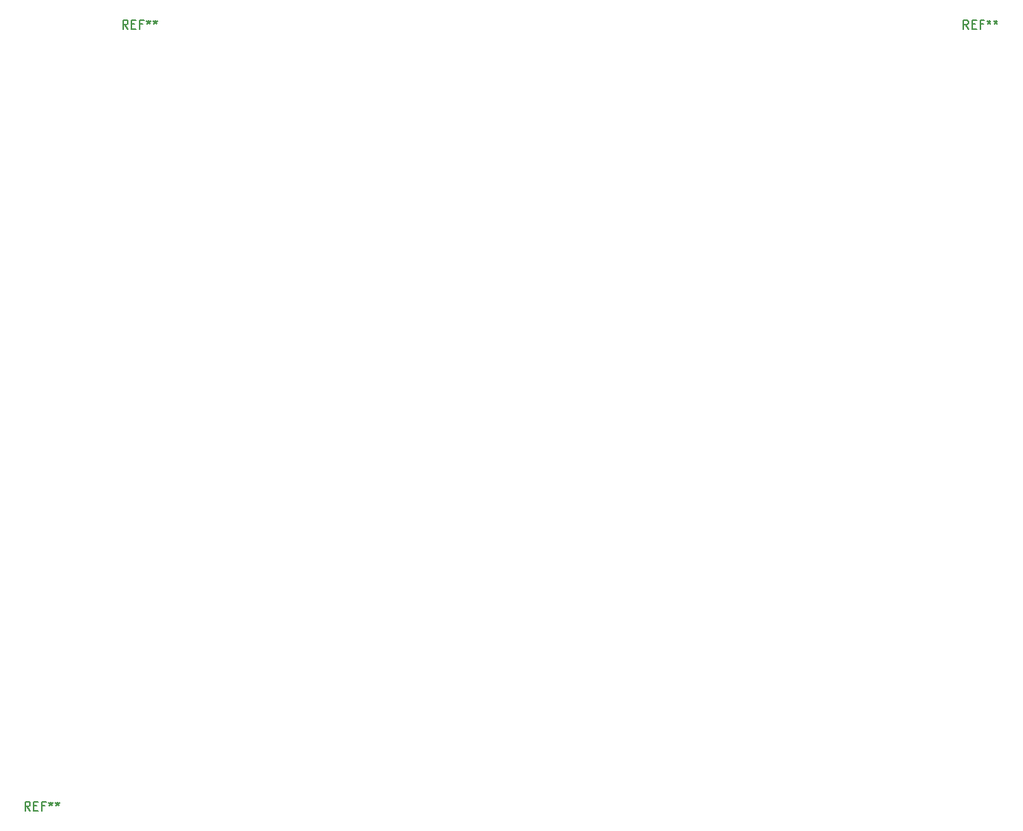
<source format=gto>
%TF.GenerationSoftware,KiCad,Pcbnew,(5.1.10-1-10_14)*%
%TF.CreationDate,2021-05-27T15:54:42+09:00*%
%TF.ProjectId,keyplate,6b657970-6c61-4746-952e-6b696361645f,rev?*%
%TF.SameCoordinates,Original*%
%TF.FileFunction,Legend,Top*%
%TF.FilePolarity,Positive*%
%FSLAX46Y46*%
G04 Gerber Fmt 4.6, Leading zero omitted, Abs format (unit mm)*
G04 Created by KiCad (PCBNEW (5.1.10-1-10_14)) date 2021-05-27 15:54:42*
%MOMM*%
%LPD*%
G01*
G04 APERTURE LIST*
%ADD10C,0.150000*%
G04 APERTURE END LIST*
%TO.C,REF\u002A\u002A*%
D10*
X122916666Y-88702380D02*
X122583333Y-88226190D01*
X122345238Y-88702380D02*
X122345238Y-87702380D01*
X122726190Y-87702380D01*
X122821428Y-87750000D01*
X122869047Y-87797619D01*
X122916666Y-87892857D01*
X122916666Y-88035714D01*
X122869047Y-88130952D01*
X122821428Y-88178571D01*
X122726190Y-88226190D01*
X122345238Y-88226190D01*
X123345238Y-88178571D02*
X123678571Y-88178571D01*
X123821428Y-88702380D02*
X123345238Y-88702380D01*
X123345238Y-87702380D01*
X123821428Y-87702380D01*
X124583333Y-88178571D02*
X124250000Y-88178571D01*
X124250000Y-88702380D02*
X124250000Y-87702380D01*
X124726190Y-87702380D01*
X125250000Y-87702380D02*
X125250000Y-87940476D01*
X125011904Y-87845238D02*
X125250000Y-87940476D01*
X125488095Y-87845238D01*
X125107142Y-88130952D02*
X125250000Y-87940476D01*
X125392857Y-88130952D01*
X126011904Y-87702380D02*
X126011904Y-87940476D01*
X125773809Y-87845238D02*
X126011904Y-87940476D01*
X126250000Y-87845238D01*
X125869047Y-88130952D02*
X126011904Y-87940476D01*
X126154761Y-88130952D01*
X229316666Y-52380D02*
X228983333Y423809D01*
X228745238Y-52380D02*
X228745238Y947619D01*
X229126190Y947619D01*
X229221428Y900000D01*
X229269047Y852380D01*
X229316666Y757142D01*
X229316666Y614285D01*
X229269047Y519047D01*
X229221428Y471428D01*
X229126190Y423809D01*
X228745238Y423809D01*
X229745238Y471428D02*
X230078571Y471428D01*
X230221428Y-52380D02*
X229745238Y-52380D01*
X229745238Y947619D01*
X230221428Y947619D01*
X230983333Y471428D02*
X230650000Y471428D01*
X230650000Y-52380D02*
X230650000Y947619D01*
X231126190Y947619D01*
X231650000Y947619D02*
X231650000Y709523D01*
X231411904Y804761D02*
X231650000Y709523D01*
X231888095Y804761D01*
X231507142Y519047D02*
X231650000Y709523D01*
X231792857Y519047D01*
X232411904Y947619D02*
X232411904Y709523D01*
X232173809Y804761D02*
X232411904Y709523D01*
X232650000Y804761D01*
X232269047Y519047D02*
X232411904Y709523D01*
X232554761Y519047D01*
X134016666Y-52380D02*
X133683333Y423809D01*
X133445238Y-52380D02*
X133445238Y947619D01*
X133826190Y947619D01*
X133921428Y900000D01*
X133969047Y852380D01*
X134016666Y757142D01*
X134016666Y614285D01*
X133969047Y519047D01*
X133921428Y471428D01*
X133826190Y423809D01*
X133445238Y423809D01*
X134445238Y471428D02*
X134778571Y471428D01*
X134921428Y-52380D02*
X134445238Y-52380D01*
X134445238Y947619D01*
X134921428Y947619D01*
X135683333Y471428D02*
X135350000Y471428D01*
X135350000Y-52380D02*
X135350000Y947619D01*
X135826190Y947619D01*
X136350000Y947619D02*
X136350000Y709523D01*
X136111904Y804761D02*
X136350000Y709523D01*
X136588095Y804761D01*
X136207142Y519047D02*
X136350000Y709523D01*
X136492857Y519047D01*
X137111904Y947619D02*
X137111904Y709523D01*
X136873809Y804761D02*
X137111904Y709523D01*
X137350000Y804761D01*
X136969047Y519047D02*
X137111904Y709523D01*
X137254761Y519047D01*
%TD*%
M02*

</source>
